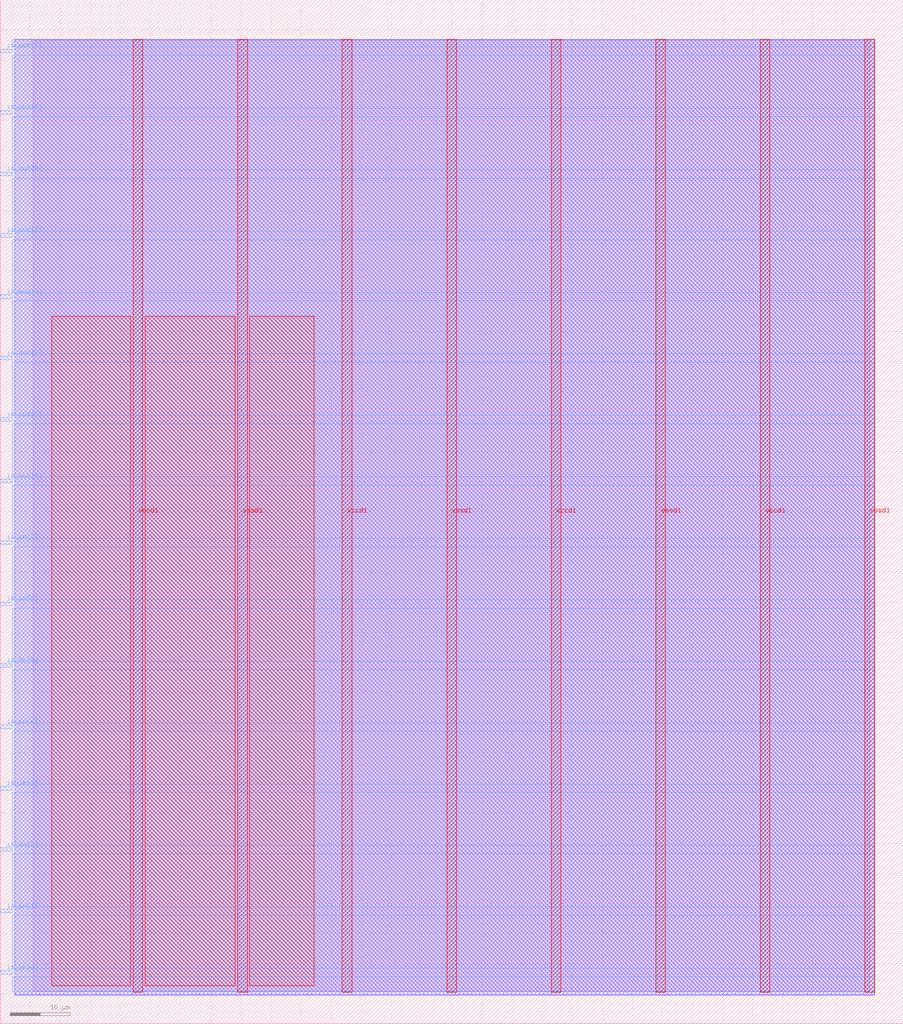
<source format=lef>
VERSION 5.7 ;
  NOWIREEXTENSIONATPIN ON ;
  DIVIDERCHAR "/" ;
  BUSBITCHARS "[]" ;
MACRO knight_rider_KolosKoblasz
  CLASS BLOCK ;
  FOREIGN knight_rider_KolosKoblasz ;
  ORIGIN 0.000 0.000 ;
  SIZE 150.000 BY 170.000 ;
  PIN io_in[0]
    DIRECTION INPUT ;
    USE SIGNAL ;
    PORT
      LAYER met3 ;
        RECT 0.000 8.200 2.000 8.800 ;
    END
  END io_in[0]
  PIN io_in[1]
    DIRECTION INPUT ;
    USE SIGNAL ;
    PORT
      LAYER met3 ;
        RECT 0.000 18.400 2.000 19.000 ;
    END
  END io_in[1]
  PIN io_in[2]
    DIRECTION INPUT ;
    USE SIGNAL ;
    PORT
      LAYER met3 ;
        RECT 0.000 28.600 2.000 29.200 ;
    END
  END io_in[2]
  PIN io_in[3]
    DIRECTION INPUT ;
    USE SIGNAL ;
    PORT
      LAYER met3 ;
        RECT 0.000 38.800 2.000 39.400 ;
    END
  END io_in[3]
  PIN io_in[4]
    DIRECTION INPUT ;
    USE SIGNAL ;
    PORT
      LAYER met3 ;
        RECT 0.000 49.000 2.000 49.600 ;
    END
  END io_in[4]
  PIN io_in[5]
    DIRECTION INPUT ;
    USE SIGNAL ;
    PORT
      LAYER met3 ;
        RECT 0.000 59.200 2.000 59.800 ;
    END
  END io_in[5]
  PIN io_in[6]
    DIRECTION INPUT ;
    USE SIGNAL ;
    PORT
      LAYER met3 ;
        RECT 0.000 69.400 2.000 70.000 ;
    END
  END io_in[6]
  PIN io_in[7]
    DIRECTION INPUT ;
    USE SIGNAL ;
    PORT
      LAYER met3 ;
        RECT 0.000 79.600 2.000 80.200 ;
    END
  END io_in[7]
  PIN io_out[0]
    DIRECTION OUTPUT TRISTATE ;
    USE SIGNAL ;
    PORT
      LAYER met3 ;
        RECT 0.000 89.800 2.000 90.400 ;
    END
  END io_out[0]
  PIN io_out[1]
    DIRECTION OUTPUT TRISTATE ;
    USE SIGNAL ;
    PORT
      LAYER met3 ;
        RECT 0.000 100.000 2.000 100.600 ;
    END
  END io_out[1]
  PIN io_out[2]
    DIRECTION OUTPUT TRISTATE ;
    USE SIGNAL ;
    PORT
      LAYER met3 ;
        RECT 0.000 110.200 2.000 110.800 ;
    END
  END io_out[2]
  PIN io_out[3]
    DIRECTION OUTPUT TRISTATE ;
    USE SIGNAL ;
    PORT
      LAYER met3 ;
        RECT 0.000 120.400 2.000 121.000 ;
    END
  END io_out[3]
  PIN io_out[4]
    DIRECTION OUTPUT TRISTATE ;
    USE SIGNAL ;
    PORT
      LAYER met3 ;
        RECT 0.000 130.600 2.000 131.200 ;
    END
  END io_out[4]
  PIN io_out[5]
    DIRECTION OUTPUT TRISTATE ;
    USE SIGNAL ;
    PORT
      LAYER met3 ;
        RECT 0.000 140.800 2.000 141.400 ;
    END
  END io_out[5]
  PIN io_out[6]
    DIRECTION OUTPUT TRISTATE ;
    USE SIGNAL ;
    PORT
      LAYER met3 ;
        RECT 0.000 151.000 2.000 151.600 ;
    END
  END io_out[6]
  PIN io_out[7]
    DIRECTION OUTPUT TRISTATE ;
    USE SIGNAL ;
    PORT
      LAYER met3 ;
        RECT 0.000 161.200 2.000 161.800 ;
    END
  END io_out[7]
  PIN vccd1
    DIRECTION INOUT ;
    USE POWER ;
    PORT
      LAYER met4 ;
        RECT 22.085 5.200 23.685 163.440 ;
    END
    PORT
      LAYER met4 ;
        RECT 56.815 5.200 58.415 163.440 ;
    END
    PORT
      LAYER met4 ;
        RECT 91.545 5.200 93.145 163.440 ;
    END
    PORT
      LAYER met4 ;
        RECT 126.275 5.200 127.875 163.440 ;
    END
  END vccd1
  PIN vssd1
    DIRECTION INOUT ;
    USE GROUND ;
    PORT
      LAYER met4 ;
        RECT 39.450 5.200 41.050 163.440 ;
    END
    PORT
      LAYER met4 ;
        RECT 74.180 5.200 75.780 163.440 ;
    END
    PORT
      LAYER met4 ;
        RECT 108.910 5.200 110.510 163.440 ;
    END
    PORT
      LAYER met4 ;
        RECT 143.640 5.200 145.240 163.440 ;
    END
  END vssd1
  OBS
      LAYER li1 ;
        RECT 5.520 5.355 144.440 163.285 ;
      LAYER met1 ;
        RECT 2.370 4.800 145.240 163.440 ;
      LAYER met2 ;
        RECT 2.390 4.770 145.210 163.385 ;
      LAYER met3 ;
        RECT 2.000 162.200 145.230 163.365 ;
        RECT 2.400 160.800 145.230 162.200 ;
        RECT 2.000 152.000 145.230 160.800 ;
        RECT 2.400 150.600 145.230 152.000 ;
        RECT 2.000 141.800 145.230 150.600 ;
        RECT 2.400 140.400 145.230 141.800 ;
        RECT 2.000 131.600 145.230 140.400 ;
        RECT 2.400 130.200 145.230 131.600 ;
        RECT 2.000 121.400 145.230 130.200 ;
        RECT 2.400 120.000 145.230 121.400 ;
        RECT 2.000 111.200 145.230 120.000 ;
        RECT 2.400 109.800 145.230 111.200 ;
        RECT 2.000 101.000 145.230 109.800 ;
        RECT 2.400 99.600 145.230 101.000 ;
        RECT 2.000 90.800 145.230 99.600 ;
        RECT 2.400 89.400 145.230 90.800 ;
        RECT 2.000 80.600 145.230 89.400 ;
        RECT 2.400 79.200 145.230 80.600 ;
        RECT 2.000 70.400 145.230 79.200 ;
        RECT 2.400 69.000 145.230 70.400 ;
        RECT 2.000 60.200 145.230 69.000 ;
        RECT 2.400 58.800 145.230 60.200 ;
        RECT 2.000 50.000 145.230 58.800 ;
        RECT 2.400 48.600 145.230 50.000 ;
        RECT 2.000 39.800 145.230 48.600 ;
        RECT 2.400 38.400 145.230 39.800 ;
        RECT 2.000 29.600 145.230 38.400 ;
        RECT 2.400 28.200 145.230 29.600 ;
        RECT 2.000 19.400 145.230 28.200 ;
        RECT 2.400 18.000 145.230 19.400 ;
        RECT 2.000 9.200 145.230 18.000 ;
        RECT 2.400 7.800 145.230 9.200 ;
        RECT 2.000 5.275 145.230 7.800 ;
      LAYER met4 ;
        RECT 8.575 6.295 21.685 117.465 ;
        RECT 24.085 6.295 39.050 117.465 ;
        RECT 41.450 6.295 52.145 117.465 ;
  END
END knight_rider_KolosKoblasz
END LIBRARY


</source>
